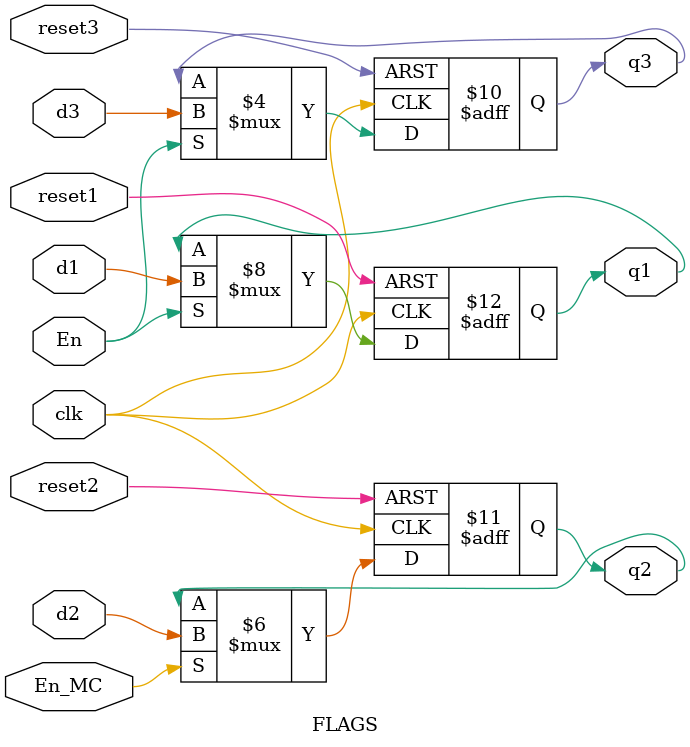
<source format=v>
module interface_decoder (
	 input          clk,
	 input          MemWriteM,
	 input          MemReadM,
	 input reset_n,
    input  [31:0]  Address,
    input  [31:0]  Data,
	 output reg[31:0]  DATA_OUT,
	 
	 //DMA flags
	 input          TC,
	 input          MC,
	 input          AE,
	 input          latch_En,
	 input          latch_MC_En,
	 //ouputs from DMA control register-1
	 output       dir,
	 output       type,
	 output       valid,
	 output [2:0] dmem_addrs_stride,
	 output [2:0] imcu_addrs_stride,
	 
	 //ouputs from DMA control register-2
	 output [14:0]initial_addrs_data_mem,
	 output [14:0]initial_addrs_imcu,
	 
	 //ouputs from DMA control register-3
	 output       TEN,
	 output [30:0]final_address,
	 
	 //outputs for IMCU
	 output IMC,
	 output Interrupt,
	  
	 // adder tree output
	 input [31:0] output_buffer_lsw, //lower 32 bits of output buffer
	 input [31:0] output_buffer_msw //top 32 bits of output buffer
);
	
   localparam ADDRS_CTRL_REG1 = 32'h30000000;
   localparam ADDRS_CTRL_REG2 = 32'h30000004;
   localparam ADDRS_CTRL_REG3 = 32'h30000008;
   localparam ADDRS_FLAG_REG  = 32'h3000000C;
   localparam ADDRS_MUL_EN    = 32'h30000010;
   localparam ADDRS_OUTPUT_BUFFER_LSW = 32'h30000014;
   localparam ADDRS_OUTPUT_BUFFER_MSW = 32'h30000018;
   
     reg [8:0] dma_ctrl_reg1;     
	 reg [31:0] dma_ctrl_reg2;
	 reg [31:0] dma_ctrl_reg3;
	 reg [31:0] dma_flag_reg;
	 reg [31:0] mul_en_reg;    // multiplication enable register
	 
	 
	 //output assignments control register-1
	 assign dir               = dma_ctrl_reg1[0];
	 assign type              = dma_ctrl_reg1[1];
	 assign valid             = dma_ctrl_reg1[2];
	 assign dmem_addrs_stride = dma_ctrl_reg1[5:3];
	 assign imcu_addrs_stride = dma_ctrl_reg1[8:6];
	 
	 //output assignments control register-2
	 assign initial_addrs_data_mem = dma_ctrl_reg2[15:0];
	 assign initial_addrs_imcu     = dma_ctrl_reg2[31:16];
	 
	 //output assignments control register-3
	 assign TEN           = dma_ctrl_reg3[0];
	 assign final_address = dma_ctrl_reg3[31:1];
	 wire clear_TC_flag = ((Address ==ADDRS_FLAG_REG) && Data[0] && MemWriteM) ? 1'b1: 1'b0;
	 wire clear_MC_flag = ((Address ==ADDRS_FLAG_REG) && Data[1] && MemWriteM) ? 1'b1: 1'b0;
	 wire clear_AE_flag = ((Address ==ADDRS_FLAG_REG) && Data[2] && MemWriteM) ? 1'b1: 1'b0;
	 wire TCq,MCq,AEq;
	 
	 //output assignments for multiplication enable register
	 assign IMC = mul_en_reg[0];
	 
	 // output assignemnts for flag register
	 FLAGS flags_inst (
        .clk(clk), 
		  .En(latch_En),
		  .En_MC(latch_MC_En),
        .reset1(clear_TC_flag | ~reset_n), 
        .reset2(clear_MC_flag | ~reset_n), 
        .reset3(clear_AE_flag | ~reset_n), 
        .d1(TC),        
        .d2(MC),        
        .d3(AE),        
        .q1(TCq),         
        .q2(MCq),         
        .q3(AEq)         
    );
	 
	 
	 assign Interrupt = TCq | MCq | AEq;
	 always@(*)begin
			dma_flag_reg = {28'b0, AEq, MCq, TCq};
	 end
	 //output data for reading the output buffer and dma_flag_reg
//	 assign DATA_OUT = (MemReadM & (Address == ADDRS_FLAG_REG)) ? dma_flag_reg : 32'bz;
         
    always @(*)begin
           DATA_OUT = 32'b0; 
           if(MemReadM)begin //removing the read dependency 
               case(Address)
                   ADDRS_FLAG_REG:          DATA_OUT = dma_flag_reg;
                   ADDRS_OUTPUT_BUFFER_LSW: DATA_OUT = output_buffer_lsw;
                   ADDRS_OUTPUT_BUFFER_MSW: DATA_OUT = output_buffer_msw;
                   default: DATA_OUT = 32'b0;
               endcase
           end
      end

    // Write to the memory locations are synchronized with clock
    always @(posedge clk) begin
        if (MemWriteM) begin
            case (Address)
                ADDRS_CTRL_REG1: dma_ctrl_reg1 <= Data; 
                ADDRS_CTRL_REG2: dma_ctrl_reg2 <= Data; 
                ADDRS_CTRL_REG3: dma_ctrl_reg3 <= Data;
                ADDRS_MUL_EN   : mul_en_reg    <= Data;
                default: begin
                    dma_ctrl_reg1 <= dma_ctrl_reg1;
                    dma_ctrl_reg2 <= dma_ctrl_reg2;
                    dma_ctrl_reg3 <= dma_ctrl_reg3;
                    mul_en_reg    <= mul_en_reg;
                end
            endcase
        end
    end

endmodule


module FLAGS (
    input wire clk,
	 input wire En,    // enable the AE and TC latches
	 input wire En_MC, // enable the MC latch
    input wire reset1,         
    input wire reset2,         
    input wire reset3,         
    input wire d1,             
    input wire d2,             
    input wire d3,            
    output reg q1,             
    output reg q2,             
    output reg q3              
);

    always @(posedge clk or posedge reset1) begin
        if (reset1)
            q1 <= 1'b0;        // Reset latch 1 to 0
        else if(En)
            q1 <= d1;          // Latch data for q1
    end
    always @(posedge clk or posedge reset2) begin
        if (reset2)
            q2 <= 1'b0;        // Reset latch 2 to 0
        else if(En_MC)
            q2 <= d2;          // Latch data for q2
    end
    always @(posedge clk or posedge reset3) begin
        if (reset3)
            q3 <= 1'b0;        // Reset latch 3 to 0
        else if(En)
            q3 <= d3;          // Latch data for q3
    end
endmodule

</source>
